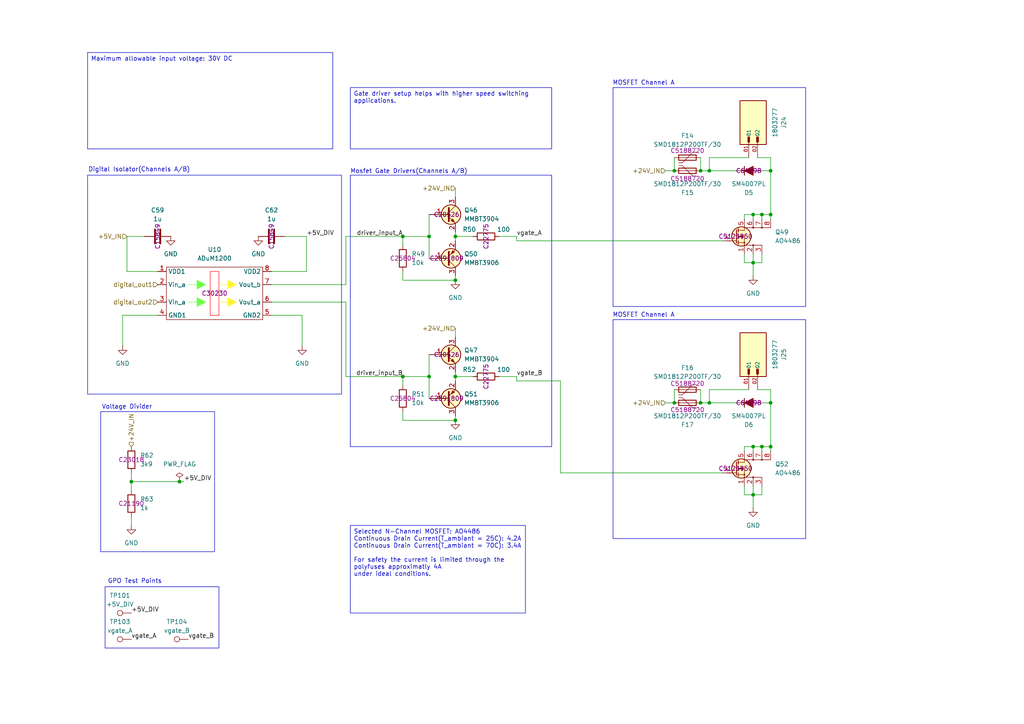
<source format=kicad_sch>
(kicad_sch (version 20250114) (generator "eeschema") (generator_version "9.0")
  (paper "A4")
  (lib_symbols
    (symbol "Connector:TestPoint" (pin_numbers (hide yes)) (pin_names (offset 0.762) (hide yes))
      (property "Reference" "TP" (at 0 6.858 0))
      (property "Value" "TestPoint" (at 0 5.08 0))
      (symbol "TestPoint_0_1"
        (circle (center 0 3.302) (radius 0.762))
      )
      (symbol "TestPoint_1_1"
        (pin passive line (at 0 0 90) (length 2.54) (name "1") (number "1"))
      )
    )
    (symbol "Device:C" (pin_numbers (hide yes)) (pin_names (offset 0.254))
      (property "Reference" "C" (at 0.635 2.54 0))
      (property "Value" "C" (at 0.635 -2.54 0))
      (symbol "C_0_1"
        (polyline (pts (xy -2.032 0.762) (xy 2.032 0.762)) (stroke (width 0.508)))
        (polyline (pts (xy -2.032 -0.762) (xy 2.032 -0.762)) (stroke (width 0.508)))
      )
      (symbol "C_1_1"
        (pin passive line (at 0 3.81 270) (length 2.794) (name "~") (number "1"))
        (pin passive line (at 0 -3.81 90) (length 2.794) (name "~") (number "2"))
      )
    )
    (symbol "Device:Polyfuse" (pin_numbers (hide yes)) (pin_names (offset 0))
      (property "Reference" "F" (at -2.54 0 90))
      (property "Value" "Polyfuse" (at 2.54 0 90))
      (symbol "Polyfuse_0_1"
        (polyline (pts (xy -1.524 2.54) (xy -1.524 1.524) (xy 1.524 -1.524) (xy 1.524 -2.54)))
        (rectangle (start -0.762 2.54) (end 0.762 -2.54) (stroke (width 0.254)))
        (polyline (pts (xy 0 2.54) (xy 0 -2.54)))
      )
      (symbol "Polyfuse_1_1"
        (pin passive line (at 0 3.81 270) (length 1.27) (name "~") (number "1"))
        (pin passive line (at 0 -3.81 90) (length 1.27) (name "~") (number "2"))
      )
    )
    (symbol "Device:R" (pin_numbers (hide yes)) (pin_names (offset 0))
      (property "Reference" "R" (at 2.032 0 90))
      (property "Value" "R" (at 0 0 90))
      (symbol "R_0_1"
        (rectangle (start -1.016 -2.54) (end 1.016 2.54) (stroke (width 0.254)))
      )
      (symbol "R_1_1"
        (pin passive line (at 0 3.81 270) (length 1.27) (name "~") (number "1"))
        (pin passive line (at 0 -3.81 90) (length 1.27) (name "~") (number "2"))
      )
    )
    (symbol "PCM_Diode_AKL:SM4007PL" (pin_numbers (hide yes)) (pin_names (offset 1.016) (hide yes))
      (property "Reference" "D" (at 0 5.08 0))
      (property "Value" "SM4007PL" (at 0 2.54 0))
      (symbol "SM4007PL_0_1"
        (polyline (pts (xy -1.27 1.27) (xy -1.27 -1.27) (xy 1.27 0) (xy -1.27 1.27)) (stroke (width 0.254)) (fill (type outline)))
        (polyline (pts (xy -1.27 0) (xy 1.27 0)))
        (polyline (pts (xy 1.27 1.27) (xy 1.27 -1.27)) (stroke (width 0.254)))
      )
      (symbol "SM4007PL_0_2"
        (polyline (pts (xy -2.54 -2.54) (xy 2.54 2.54)))
        (polyline (pts (xy -0.889 -0.889) (xy -1.778 0) (xy 0.889 0.889) (xy 0 -1.778) (xy -0.889 -0.889)) (stroke (width 0.254)) (fill (type outline)))
        (polyline (pts (xy 0 1.778) (xy 1.778 0)) (stroke (width 0.254)))
      )
      (symbol "SM4007PL_1_1"
        (pin passive line (at -3.81 0 0) (length 2.54) (name "A") (number "2"))
        (pin passive line (at 3.81 0 180) (length 2.54) (name "K") (number "1"))
      )
      (symbol "SM4007PL_1_2"
        (pin passive line (at -2.54 -2.54 0) (length 0) (name "A") (number "2"))
        (pin passive line (at 2.54 2.54 180) (length 0) (name "K") (number "1"))
      )
    )
    (symbol "PCM_Transistor_BJT_AKL:MMBT3904" (pin_names (hide yes))
      (property "Reference" "Q" (at 5.08 1.27 0))
      (property "Value" "MMBT3904" (at 5.08 -1.27 0))
      (symbol "MMBT3904_0_1"
        (polyline (pts (xy 0.635 1.905) (xy 0.635 -1.905) (xy 0.635 -1.905)) (stroke (width 0.508)))
        (polyline (pts (xy 0.635 0.635) (xy 2.54 2.54)))
        (polyline (pts (xy 0.635 -0.635) (xy 2.54 -2.54) (xy 2.54 -2.54)))
        (circle (center 1.27 0) (radius 2.8194) (stroke (width 0.254)) (fill (type background)))
        (polyline (pts (xy 1.27 -1.778) (xy 1.778 -1.27) (xy 2.286 -2.286) (xy 1.27 -1.778) (xy 1.27 -1.778)) (fill (type outline)))
      )
      (symbol "MMBT3904_1_1"
        (pin input line (at -5.08 0 0) (length 5.715) (name "B") (number "1"))
        (pin passive line (at 2.54 5.08 270) (length 2.54) (name "C") (number "3"))
        (pin passive line (at 2.54 -5.08 90) (length 2.54) (name "E") (number "2"))
      )
    )
    (symbol "PCM_Transistor_BJT_AKL:MMBT3906" (pin_names (hide yes))
      (property "Reference" "Q" (at 5.08 1.27 0))
      (property "Value" "MMBT3906" (at 5.08 -1.27 0))
      (symbol "MMBT3906_0_1"
        (polyline (pts (xy 0.635 0.635) (xy 2.54 2.54) (xy 2.54 2.54)))
        (polyline (pts (xy 0.635 -0.635) (xy 2.54 -2.54)))
        (polyline (pts (xy 0.635 -1.905) (xy 0.635 1.905) (xy 0.635 1.905)) (stroke (width 0.508)))
        (circle (center 1.27 0) (radius 2.8194) (stroke (width 0.254)) (fill (type background)))
        (polyline (pts (xy 2.286 1.778) (xy 1.778 2.286) (xy 1.27 1.27) (xy 2.286 1.778) (xy 2.286 1.778)) (fill (type outline)))
      )
      (symbol "MMBT3906_1_1"
        (pin input line (at -5.08 0 0) (length 5.715) (name "B") (number "1"))
        (pin passive line (at 2.54 5.08 270) (length 2.54) (name "E") (number "2"))
        (pin passive line (at 2.54 -5.08 90) (length 2.54) (name "C") (number "3"))
      )
    )
    (symbol "PCM_Transistor_MOSFET_AKL:AO4486" (pin_names (hide yes))
      (property "Reference" "Q" (at 5.08 1.27 0))
      (property "Value" "AO4486" (at 5.08 -1.27 0))
      (symbol "AO4486_0_1"
        (polyline (pts (xy 0.254 1.905) (xy 0.254 -1.905)) (stroke (width 0.254)))
        (polyline (pts (xy 0.254 -1.27) (xy -2.54 -1.27)))
        (polyline (pts (xy 0.762 2.286) (xy 0.762 1.27)) (stroke (width 0.254)))
        (polyline (pts (xy 0.762 0.508) (xy 0.762 -0.508)) (stroke (width 0.254)))
        (polyline (pts (xy 0.762 -1.27) (xy 0.762 -2.286)) (stroke (width 0.254)))
        (polyline (pts (xy 0.762 -1.778) (xy 2.54 -1.778)))
        (polyline (pts (xy 1.016 0) (xy 2.032 0.381) (xy 2.032 -0.381) (xy 1.016 0)) (fill (type outline)))
        (circle (center 1.651 0) (radius 2.794) (stroke (width 0.254)) (fill (type background)))
        (polyline (pts (xy 2.54 2.54) (xy 2.54 1.778)))
        (polyline (pts (xy 2.54 1.778) (xy 0.762 1.778)))
        (circle (center 2.54 -1.778) (radius 0.1778) (fill (type outline)))
        (polyline (pts (xy 2.54 -2.54) (xy 2.54 0) (xy 0.762 0)))
        (circle (center 5.08 2.54) (radius 0.1778) (fill (type outline)))
        (polyline (pts (xy 7.62 -2.54) (xy 2.54 -2.54)))
        (polyline (pts (xy 10.16 2.54) (xy 2.54 2.54)))
      )
      (symbol "AO4486_1_1"
        (circle (center 5.08 -2.54) (radius 0.1778) (fill (type outline)))
        (circle (center 7.62 2.54) (radius 0.1778) (fill (type outline)))
        (pin input line (at -3.81 -1.27 0) (length 2.54) (name "G") (number "4"))
        (pin passive line (at 2.54 5.08 270) (length 2.54) (name "D") (number "5"))
        (pin passive line (at 2.54 -5.08 90) (length 2.54) (name "S") (number "1"))
        (pin passive line (at 5.08 5.08 270) (length 2.54) (name "D") (number "6"))
        (pin passive line (at 5.08 -5.08 90) (length 2.54) (name "S") (number "2"))
        (pin passive line (at 7.62 5.08 270) (length 2.54) (name "D") (number "7"))
        (pin passive line (at 7.62 -5.08 90) (length 2.54) (name "S") (number "3"))
        (pin passive line (at 10.16 5.08 270) (length 2.54) (name "D") (number "8"))
      )
    )
    (symbol "TERM_BLOCK_HDR_2POS_3.81MM:1803277" (pin_names (offset 1.016))
      (property "Reference" "J" (at -6.85 5.08 0))
      (property "Value" "1803277" (at -6.35 -5.08 0))
      (symbol "1803277_0_0"
        (rectangle (start -6.35 -2.54) (end 6.35 5.08) (stroke (width 0.254)) (fill (type background)))
        (rectangle (start -5.715 2.2225) (end -4.1275 2.8575) (stroke (width 0.1)) (fill (type outline)))
        (rectangle (start -5.715 -0.3175) (end -4.1275 0.3175) (stroke (width 0.1)) (fill (type outline)))
        (pin passive line (at -10.16 2.54 0) (length 5.08) (name "01") (number "01"))
        (pin passive line (at -10.16 0 0) (length 5.08) (name "02") (number "02"))
      )
    )
    (symbol "mega_shield:ADUM1200ARZ-RL7"
      (property "Reference" "U" (at 0 0 0))
      (property "Value" "ADuM1200" (at 0 0 0))
      (symbol "ADUM1200ARZ-RL7_0_1"
        (rectangle (start -13.97 7.62) (end 13.97 -7.62))
      )
      (symbol "ADUM1200ARZ-RL7_1_1"
        (polyline (pts (xy -5.08 2.54) (xy -7.62 2.54)) (stroke (width 0) (color 107 255 69 1)))
        (polyline (pts (xy -5.08 -2.54) (xy -7.62 -2.54)) (stroke (width 0) (color 107 255 69 1)))
        (polyline (pts (xy -2.54 2.54) (xy -5.08 3.81) (xy -5.08 1.27) (xy -2.54 2.54)) (stroke (width 0) (color 107 255 69 1)) (fill (type color) (color 107 255 69 1)))
        (polyline (pts (xy -2.54 -2.54) (xy -5.08 -1.27) (xy -5.08 -3.81) (xy -2.54 -2.54)) (stroke (width 0) (color 107 255 69 1)) (fill (type color) (color 107 255 69 1)))
        (rectangle (start -1.27 6.35) (end 1.27 -6.35) (stroke (width 0) (color 255 14 14 1)))
        (polyline (pts (xy 3.81 2.54) (xy 1.27 2.54)) (stroke (width 0) (color 255 239 51 1)))
        (polyline (pts (xy 3.81 -2.54) (xy 1.27 -2.54)) (stroke (width 0) (color 255 239 51 1)))
        (polyline (pts (xy 6.35 2.54) (xy 3.81 3.81) (xy 3.81 1.27) (xy 6.35 2.54)) (stroke (width 0) (color 255 239 51 1)) (fill (type color) (color 255 239 51 1)))
        (polyline (pts (xy 6.35 -2.54) (xy 3.81 -1.27) (xy 3.81 -3.81) (xy 6.35 -2.54)) (stroke (width 0) (color 255 239 51 1)) (fill (type color) (color 255 239 51 1)))
        (pin power_in line (at -16.51 6.35 0) (length 2.54) (name "VDD1") (number "1"))
        (pin input line (at -16.51 2.54 0) (length 2.54) (name "Vin_a") (number "2"))
        (pin input line (at -16.51 -2.54 0) (length 2.54) (name "Vin_a") (number "3"))
        (pin power_in line (at -16.51 -6.35 0) (length 2.54) (name "GND1") (number "4"))
        (pin power_in line (at 16.51 6.35 180) (length 2.54) (name "VDD2") (number "8"))
        (pin output line (at 16.51 2.54 180) (length 2.54) (name "Vout_b") (number "7"))
        (pin output line (at 16.51 -2.54 180) (length 2.54) (name "Vout_a") (number "6"))
        (pin power_in line (at 16.51 -6.35 180) (length 2.54) (name "GND2") (number "5"))
      )
    )
    (symbol "power:GND" (power) (pin_numbers (hide yes)) (pin_names (offset 0) (hide yes))
      (property "Value" "GND" (at 0 -3.81 0))
      (symbol "GND_0_1"
        (polyline (pts (xy 0 0) (xy 0 -1.27) (xy 1.27 -1.27) (xy 0 -2.54) (xy -1.27 -1.27) (xy 0 -1.27)))
      )
      (symbol "GND_1_1"
        (pin power_in line (at 0 0 270) (length 0) (name "~") (number "1"))
      )
    )
    (symbol "power:PWR_FLAG" (power) (pin_numbers (hide yes)) (pin_names (offset 0) (hide yes))
      (property "Value" "PWR_FLAG" (at 0 3.81 0))
      (symbol "PWR_FLAG_0_0"
        (pin power_out line (at 0 0 90) (length 0) (name "~") (number "1"))
      )
      (symbol "PWR_FLAG_0_1"
        (polyline (pts (xy 0 0) (xy 0 1.27) (xy -1.016 1.905) (xy 0 2.54) (xy 1.016 1.905) (xy 0 1.27)))
      )
    )
  )
  (rectangle (start 29.21 119.38) (end 62.23 160.02))
  (rectangle (start 25.4 50.8) (end 99.06 114.3))
  (rectangle (start 177.8 92.71) (end 233.68 156.21))
  (rectangle (start 101.6 50.8) (end 160.02 129.54))
  (rectangle (start 30.48 170.18) (end 63.5 187.96))
  (rectangle (start 177.8 25.4) (end 233.68 88.9))
  (text "Mosfet Gate Drivers(Channels A/B)" (at 118.618 49.784 0) (effects (font (size 1.27 1.27))))
  (text "MOSFET Channel A" (at 186.69 24.13 0) (effects (font (size 1.27 1.27))))
  (text "GPO Test Points" (at 39.116 168.656 0) (effects (font (size 1.27 1.27))))
  (text "MOSFET Channel A" (at 186.69 91.44 0) (effects (font (size 1.27 1.27))))
  (text "Voltage Divider" (at 36.83 118.11 0) (effects (font (size 1.27 1.27))))
  (text "Digital Isolator(Channels A/B)" (at 40.386 49.276 0) (effects (font (size 1.27 1.27))))
  (text_box "Selected N-Channel MOSFET: AO4486\nContinuous Drain Current(T_ambiant = 25C): 4.2A\nContinuous Drain Current(T_ambiant = 70C): 3.4A\n\nFor safety the current is limited through the polyfuses approximatly 4A\nunder ideal conditions." (at 101.6 152.4 0) (size 50.8 25.4) (margins 0.9525 0.9525 0.9525 0.9525) (effects (font (size 1.27 1.27)) (justify left top)))
  (text_box "Maximum allowable input voltage: 30V DC" (at 25.4 15.24 0) (size 71.12 27.94) (margins 0.9525 0.9525 0.9525 0.9525) (effects (font (size 1.27 1.27)) (justify left top)))
  (text_box "Gate driver setup helps with higher speed switching applications.\n" (at 101.6 25.4 0) (size 58.42 17.78) (margins 0.9525 0.9525 0.9525 0.9525) (effects (font (size 1.27 1.27)) (justify left top)))
  (junction (at 124.46 68.58))
  (junction (at 38.1 139.7))
  (junction (at 195.58 49.53))
  (junction (at 223.52 62.23))
  (junction (at 195.58 116.84))
  (junction (at 223.52 49.53))
  (junction (at 132.08 121.92))
  (junction (at 203.2 49.53))
  (junction (at 116.84 68.58))
  (junction (at 223.52 116.84))
  (junction (at 205.74 116.84))
  (junction (at 52.07 139.7))
  (junction (at 203.2 116.84))
  (junction (at 132.08 68.58))
  (junction (at 132.08 109.22))
  (junction (at 218.44 76.2))
  (junction (at 218.44 129.54))
  (junction (at 205.74 49.53))
  (junction (at 124.46 109.22))
  (junction (at 132.08 81.28))
  (junction (at 220.98 129.54))
  (junction (at 220.98 62.23))
  (junction (at 218.44 62.23))
  (junction (at 116.84 109.22))
  (junction (at 218.44 143.51))
  (junction (at 223.52 129.54))
  (wire (pts (xy 162.56 137.16) (xy 209.55 137.16)))
  (wire (pts (xy 144.78 68.58) (xy 149.86 68.58)))
  (wire (pts (xy 218.44 129.54) (xy 220.98 129.54)))
  (wire (pts (xy 36.83 78.74) (xy 45.72 78.74)))
  (wire (pts (xy 203.2 116.84) (xy 205.74 116.84)))
  (wire (pts (xy 220.98 129.54) (xy 223.52 129.54)))
  (wire (pts (xy 220.98 63.5) (xy 220.98 62.23)))
  (wire (pts (xy 223.52 45.72) (xy 223.52 49.53)))
  (wire (pts (xy 132.08 109.22) (xy 132.08 110.49)))
  (wire (pts (xy 116.84 121.92) (xy 132.08 121.92)))
  (wire (pts (xy 205.74 45.72) (xy 205.74 49.53)))
  (wire (pts (xy 124.46 115.57) (xy 124.46 109.22)))
  (wire (pts (xy 82.55 68.58) (xy 88.9 68.58)))
  (wire (pts (xy 215.9 63.5) (xy 215.9 62.23)))
  (wire (pts (xy 218.44 73.66) (xy 218.44 76.2)))
  (wire (pts (xy 162.56 110.49) (xy 162.56 137.16)))
  (wire (pts (xy 223.52 62.23) (xy 223.52 63.5)))
  (wire (pts (xy 116.84 68.58) (xy 116.84 71.12)))
  (wire (pts (xy 220.98 130.81) (xy 220.98 129.54)))
  (wire (pts (xy 53.34 139.7) (xy 52.07 139.7)))
  (wire (pts (xy 78.74 87.63) (xy 100.33 87.63)))
  (wire (pts (xy 193.04 49.53) (xy 195.58 49.53)))
  (wire (pts (xy 205.74 113.03) (xy 205.74 116.84)))
  (wire (pts (xy 215.9 130.81) (xy 215.9 129.54)))
  (wire (pts (xy 215.9 76.2) (xy 218.44 76.2)))
  (wire (pts (xy 116.84 109.22) (xy 116.84 111.76)))
  (wire (pts (xy 100.33 109.22) (xy 116.84 109.22)))
  (wire (pts (xy 218.44 62.23) (xy 220.98 62.23)))
  (wire (pts (xy 213.36 116.84) (xy 205.74 116.84)))
  (wire (pts (xy 195.58 45.72) (xy 195.58 49.53)))
  (wire (pts (xy 100.33 68.58) (xy 116.84 68.58)))
  (wire (pts (xy 218.44 76.2) (xy 218.44 80.01)))
  (wire (pts (xy 88.9 68.58) (xy 88.9 78.74)))
  (wire (pts (xy 220.98 116.84) (xy 223.52 116.84)))
  (wire (pts (xy 100.33 68.58) (xy 100.33 82.55)))
  (wire (pts (xy 220.98 62.23) (xy 223.52 62.23)))
  (wire (pts (xy 218.44 143.51) (xy 218.44 147.32)))
  (wire (pts (xy 124.46 68.58) (xy 116.84 68.58)))
  (wire (pts (xy 38.1 137.16) (xy 38.1 139.7)))
  (wire (pts (xy 193.04 116.84) (xy 195.58 116.84)))
  (wire (pts (xy 38.1 139.7) (xy 38.1 142.24)))
  (wire (pts (xy 220.98 49.53) (xy 223.52 49.53)))
  (wire (pts (xy 132.08 68.58) (xy 132.08 69.85)))
  (wire (pts (xy 215.9 143.51) (xy 218.44 143.51)))
  (wire (pts (xy 215.9 73.66) (xy 215.9 76.2)))
  (wire (pts (xy 217.17 113.03) (xy 205.74 113.03)))
  (wire (pts (xy 116.84 119.38) (xy 116.84 121.92)))
  (wire (pts (xy 100.33 87.63) (xy 100.33 109.22)))
  (wire (pts (xy 149.86 69.85) (xy 149.86 68.58)))
  (wire (pts (xy 116.84 78.74) (xy 116.84 81.28)))
  (wire (pts (xy 78.74 91.44) (xy 87.63 91.44)))
  (wire (pts (xy 220.98 73.66) (xy 220.98 76.2)))
  (wire (pts (xy 35.56 91.44) (xy 35.56 100.33)))
  (wire (pts (xy 149.86 109.22) (xy 149.86 110.49)))
  (wire (pts (xy 38.1 149.86) (xy 38.1 152.4)))
  (wire (pts (xy 124.46 62.23) (xy 124.46 68.58)))
  (wire (pts (xy 223.52 113.03) (xy 223.52 116.84)))
  (wire (pts (xy 218.44 140.97) (xy 218.44 143.51)))
  (wire (pts (xy 124.46 102.87) (xy 124.46 109.22)))
  (wire (pts (xy 223.52 129.54) (xy 223.52 130.81)))
  (wire (pts (xy 223.52 116.84) (xy 223.52 129.54)))
  (wire (pts (xy 116.84 81.28) (xy 132.08 81.28)))
  (wire (pts (xy 100.33 82.55) (xy 78.74 82.55)))
  (wire (pts (xy 149.86 69.85) (xy 209.55 69.85)))
  (wire (pts (xy 45.72 91.44) (xy 35.56 91.44)))
  (wire (pts (xy 215.9 140.97) (xy 215.9 143.51)))
  (wire (pts (xy 87.63 100.33) (xy 87.63 91.44)))
  (wire (pts (xy 41.91 68.58) (xy 36.83 68.58)))
  (wire (pts (xy 219.71 45.72) (xy 223.52 45.72)))
  (wire (pts (xy 78.74 78.74) (xy 88.9 78.74)))
  (wire (pts (xy 149.86 110.49) (xy 162.56 110.49)))
  (wire (pts (xy 132.08 68.58) (xy 137.16 68.58)))
  (wire (pts (xy 220.98 143.51) (xy 218.44 143.51)))
  (wire (pts (xy 220.98 140.97) (xy 220.98 143.51)))
  (wire (pts (xy 215.9 129.54) (xy 218.44 129.54)))
  (wire (pts (xy 219.71 113.03) (xy 223.52 113.03)))
  (wire (pts (xy 203.2 113.03) (xy 203.2 116.84)))
  (wire (pts (xy 132.08 95.25) (xy 132.08 97.79)))
  (wire (pts (xy 203.2 45.72) (xy 203.2 49.53)))
  (wire (pts (xy 132.08 67.31) (xy 132.08 68.58)))
  (wire (pts (xy 132.08 120.65) (xy 132.08 121.92)))
  (wire (pts (xy 215.9 62.23) (xy 218.44 62.23)))
  (wire (pts (xy 213.36 49.53) (xy 205.74 49.53)))
  (wire (pts (xy 124.46 109.22) (xy 116.84 109.22)))
  (wire (pts (xy 124.46 74.93) (xy 124.46 68.58)))
  (wire (pts (xy 220.98 76.2) (xy 218.44 76.2)))
  (wire (pts (xy 38.1 139.7) (xy 52.07 139.7)))
  (wire (pts (xy 132.08 80.01) (xy 132.08 81.28)))
  (wire (pts (xy 203.2 49.53) (xy 205.74 49.53)))
  (wire (pts (xy 223.52 49.53) (xy 223.52 62.23)))
  (wire (pts (xy 132.08 109.22) (xy 137.16 109.22)))
  (wire (pts (xy 217.17 45.72) (xy 205.74 45.72)))
  (wire (pts (xy 132.08 107.95) (xy 132.08 109.22)))
  (wire (pts (xy 218.44 63.5) (xy 218.44 62.23)))
  (wire (pts (xy 36.83 68.58) (xy 36.83 78.74)))
  (wire (pts (xy 218.44 130.81) (xy 218.44 129.54)))
  (wire (pts (xy 132.08 54.61) (xy 132.08 57.15)))
  (wire (pts (xy 144.78 109.22) (xy 149.86 109.22)))
  (wire (pts (xy 195.58 113.03) (xy 195.58 116.84)))
  (label "vgate_A" (at 38.1 185.42 0))
  (label "vgate_B" (at 149.86 109.22 0))
  (label "driver_input_B" (at 116.84 109.22 180))
  (label "vgate_B" (at 54.61 185.42 0))
  (label "+5V_DIV" (at 53.34 139.7 0))
  (label "+5V_DIV" (at 88.9 68.58 0))
  (label "vgate_A" (at 149.86 68.58 0))
  (label "driver_input_A" (at 116.84 68.58 180))
  (label "+5V_DIV" (at 38.1 177.8 0))
  (hierarchical_label "+24V_IN" (shape input) (at 193.04 49.53 180))
  (hierarchical_label "+5V_IN" (shape input) (at 36.83 68.58 180))
  (hierarchical_label "+24V_IN" (shape input) (at 132.08 54.61 180))
  (hierarchical_label "+24V_IN" (shape input) (at 132.08 95.25 180))
  (hierarchical_label "+24V_IN" (shape input) (at 193.04 116.84 180))
  (hierarchical_label "+24V_IN" (shape input) (at 38.1 129.54 90))
  (hierarchical_label "digital_out1" (shape input) (at 45.72 82.55 180))
  (hierarchical_label "digital_out2" (shape input) (at 45.72 87.63 180))
  (symbol (lib_id "power:PWR_FLAG") (at 52.07 139.7 0) (unit 1)
    (property "Reference" "#FLG03" (effects (hide yes)))
    (property "Value" "PWR_FLAG" (at 52.07 134.62 0))
    (property "Description" "Special symbol for telling ERC where power comes from" (effects (hide yes)))
  )
  (symbol (lib_id "TERM_BLOCK_HDR_2POS_3.81MM:1803277") (at 219.71 102.87 90) (unit 1)
    (property "Reference" "J25" (at 227.33 102.87 0))
    (property "Value" "1803277" (at 224.79 102.87 0))
    (property "Footprint" "footprints:PHOENIX_1803277" (effects (hide yes)))
    (property "SnapEDA_Link" "https://www.snapeda.com/parts/1803277/Phoenix+Contact/view-part/?ref=snap" (effects (hide yes)))
    (property "Description_1" "Pluggable Header 3.81mm 16AWG 160V 8A 2 Position COMBICON MC Series | Phoenix Contact 1803277" (effects (hide yes)))
    (property "Package" "None" (effects (hide yes)))
    (property "Price" "None" (effects (hide yes)))
    (property "MF" "Phoenix Contact" (effects (hide yes)))
    (property "MP" "1803277" (effects (hide yes)))
    (property "Availability" "In Stock" (effects (hide yes)))
    (property "Check_prices" "https://www.snapeda.com/parts/1803277/Phoenix+Contact/view-part/?ref=eda" (effects (hide yes)))
  )
  (symbol (lib_id "PCM_Transistor_MOSFET_AKL:AO4486") (at 213.36 135.89 0) (unit 1)
    (property "Reference" "Q52" (at 224.79 134.6199 0) (effects (justify left)))
    (property "Value" "AO4486" (at 224.79 137.1599 0) (effects (justify left)))
    (property "Footprint" "PCM_Package_SO_AKL:SO-8_3.9x4.9mm_P1.27mm" (effects (hide yes)))
    (property "Datasheet" "https://www.tme.eu/Document/d55341786eaff8f9677c507530d46e66/AO4486.pdf" (effects (hide yes)))
    (property "Description" "SO-8 N-MOSFET enchancement mode transistor, 100V, 4.2A, 3.1W, Alternate KiCAD Library" (effects (hide yes)))
    (property "JLCPCB" "C5125950" (at 213.36 135.89 0))
    (property "jlcpcb" "C5125950" (at 213.36 135.89 0))
  )
  (symbol (lib_id "Connector:TestPoint") (at 54.61 185.42 90) (unit 1) (in_bom no)
    (property "Reference" "TP104" (at 51.308 180.34 90))
    (property "Value" "vgate_B" (at 51.308 182.88 90))
    (property "Footprint" "TestPoint:TestPoint_Pad_1.0x1.0mm" (effects (hide yes)))
    (property "Description" "test point" (effects (hide yes)))
  )
  (symbol (lib_id "PCM_Transistor_BJT_AKL:MMBT3906") (at 129.54 74.93 0) (unit 1)
    (property "Reference" "Q50" (at 134.62 73.6599 0) (effects (justify left)))
    (property "Value" "MMBT3906" (at 134.62 76.1999 0) (effects (justify left)))
    (property "Footprint" "PCM_Package_TO_SOT_SMD_AKL:SOT-23" (effects (hide yes)))
    (property "Datasheet" "https://www.tme.eu/Document/1d69ece8147fa5a64114d103f531c790/2N3906BU.pdf" (effects (hide yes)))
    (property "Description" "PNP SOT-23 transistor, 40V, 200mA, 350mW, Complementary to MMBT3904, Alternate KiCAD Library" (effects (hide yes)))
    (property "jlcpcb" "C2891809" (at 129.54 74.93 0))
  )
  (symbol (lib_id "Device:Polyfuse") (at 199.39 116.84 90) (mirror x) (unit 1)
    (property "Reference" "F17" (at 199.39 123.19 90))
    (property "Value" "SMD1812P200TF/30" (at 199.39 120.65 90))
    (property "Footprint" "Fuse:Fuse_1812_4532Metric" (effects (hide yes)))
    (property "Description" "Resettable fuse, polymeric positive temperature coefficient" (effects (hide yes)))
    (property "jlcpcb" "C5188720" (at 199.39 118.872 90))
  )
  (symbol (lib_id "Device:R") (at 140.97 68.58 90) (unit 1)
    (property "Reference" "R50" (at 136.144 66.548 90))
    (property "Value" "100" (at 146.05 66.548 90))
    (property "Footprint" "Resistor_SMD:R_0201_0603Metric" (effects (hide yes)))
    (property "Description" "Resistor" (effects (hide yes)))
    (property "jlcpcb" "C22775" (at 140.97 68.58 0))
  )
  (symbol (lib_id "mega_shield:ADUM1200ARZ-RL7") (at 62.23 85.09 0) (unit 1)
    (property "Reference" "U10" (at 62.23 72.39 0))
    (property "Value" "ADuM1200" (at 62.23 74.93 0))
    (property "Footprint" "Package_SO:SOIC-8-1EP_3.9x4.9mm_P1.27mm_EP2.29x3mm" (effects (hide yes)))
    (property "jlcpcb" "C30230" (at 62.23 85.09 0))
  )
  (symbol (lib_id "power:GND") (at 49.53 68.58 0) (unit 1)
    (property "Reference" "#PWR0177" (effects (hide yes)))
    (property "Value" "GND" (at 49.53 73.66 0))
    (property "Description" "Power symbol creates a global label with name \"GND\" , ground" (effects (hide yes)))
  )
  (symbol (lib_id "PCM_Diode_AKL:SM4007PL") (at 217.17 49.53 180) (unit 1)
    (property "Reference" "D5" (at 217.17 55.88 0))
    (property "Value" "SM4007PL" (at 217.17 53.34 0))
    (property "Footprint" "PCM_Diode_SMD_AKL:D_SOD-123F" (effects (hide yes)))
    (property "Datasheet" "https://www.tme.eu/Document/46c9a94b8759dbc6300546e57a2a5c9c/SM4007PL-TP.pdf" (effects (hide yes)))
    (property "Description" "SOD-123F Diode, Rectifier, 1000V, 1A, Alternate KiCad Library" (effects (hide yes)))
    (property "JLCPCB" "C64898" (at 217.17 49.53 0))
    (property "jlcpcb" "C64898" (at 217.17 49.53 0))
  )
  (symbol (lib_id "power:GND") (at 38.1 152.4 0) (unit 1)
    (property "Reference" "#PWR0204" (effects (hide yes)))
    (property "Value" "GND" (at 38.1 157.48 0))
    (property "Description" "Power symbol creates a global label with name \"GND\" , ground" (effects (hide yes)))
  )
  (symbol (lib_id "Device:C") (at 45.72 68.58 90) (unit 1)
    (property "Reference" "C59" (at 45.72 60.96 90))
    (property "Value" "1u" (at 45.72 63.5 90))
    (property "Footprint" "Capacitor_SMD:C_0201_0603Metric" (effects (hide yes)))
    (property "Description" "Unpolarized capacitor" (effects (hide yes)))
    (property "jlcpcb" "C15849" (at 45.72 68.58 0))
  )
  (symbol (lib_id "power:GND") (at 218.44 147.32 0) (unit 1)
    (property "Reference" "#PWR0185" (effects (hide yes)))
    (property "Value" "GND" (at 218.44 152.4 0))
    (property "Description" "Power symbol creates a global label with name \"GND\" , ground" (effects (hide yes)))
  )
  (symbol (lib_id "power:GND") (at 132.08 121.92 0) (unit 1)
    (property "Reference" "#PWR0184" (effects (hide yes)))
    (property "Value" "GND" (at 132.08 127 0))
    (property "Description" "Power symbol creates a global label with name \"GND\" , ground" (effects (hide yes)))
  )
  (symbol (lib_id "Device:R") (at 116.84 115.57 0) (unit 1)
    (property "Reference" "R51" (at 119.38 114.2999 0) (effects (justify left)))
    (property "Value" "10k" (at 119.38 116.8399 0) (effects (justify left)))
    (property "Footprint" "Resistor_SMD:R_0201_0603Metric" (effects (hide yes)))
    (property "Description" "Resistor" (effects (hide yes)))
    (property "jlcpcb" "C25804" (at 116.84 115.57 0))
  )
  (symbol (lib_id "Device:Polyfuse") (at 199.39 49.53 90) (mirror x) (unit 1)
    (property "Reference" "F15" (at 199.39 55.88 90))
    (property "Value" "SMD1812P200TF/30" (at 199.39 53.34 90))
    (property "Footprint" "Fuse:Fuse_1812_4532Metric" (effects (hide yes)))
    (property "Description" "Resettable fuse, polymeric positive temperature coefficient" (effects (hide yes)))
    (property "jlcpcb" "C5188720" (at 199.39 51.816 90))
  )
  (symbol (lib_id "Connector:TestPoint") (at 38.1 177.8 90) (unit 1) (in_bom no)
    (property "Reference" "TP101" (at 34.798 172.72 90))
    (property "Value" "+5V_DIV" (at 34.798 175.26 90))
    (property "Footprint" "TestPoint:TestPoint_Pad_1.0x1.0mm" (effects (hide yes)))
    (property "Description" "test point" (effects (hide yes)))
  )
  (symbol (lib_id "PCM_Transistor_MOSFET_AKL:AO4486") (at 213.36 68.58 0) (unit 1)
    (property "Reference" "Q49" (at 224.79 67.3099 0) (effects (justify left)))
    (property "Value" "AO4486" (at 224.79 69.8499 0) (effects (justify left)))
    (property "Footprint" "PCM_Package_SO_AKL:SO-8_3.9x4.9mm_P1.27mm" (effects (hide yes)))
    (property "Datasheet" "https://www.tme.eu/Document/d55341786eaff8f9677c507530d46e66/AO4486.pdf" (effects (hide yes)))
    (property "Description" "SO-8 N-MOSFET enchancement mode transistor, 100V, 4.2A, 3.1W, Alternate KiCAD Library" (effects (hide yes)))
    (property "JLCPCB" "C5125950" (at 213.36 68.58 0))
    (property "jlcpcb" "C5125950" (at 213.36 68.58 0))
  )
  (symbol (lib_id "power:GND") (at 87.63 100.33 0) (unit 1)
    (property "Reference" "#PWR0179" (effects (hide yes)))
    (property "Value" "GND" (at 87.63 105.41 0))
    (property "Description" "Power symbol creates a global label with name \"GND\" , ground" (effects (hide yes)))
  )
  (symbol (lib_id "PCM_Transistor_BJT_AKL:MMBT3904") (at 129.54 102.87 0) (unit 1)
    (property "Reference" "Q47" (at 134.62 101.5999 0) (effects (justify left)))
    (property "Value" "MMBT3904" (at 134.62 104.1399 0) (effects (justify left)))
    (property "Footprint" "PCM_Package_TO_SOT_SMD_AKL:SOT-23" (effects (hide yes)))
    (property "Datasheet" "https://www.tme.eu/Document/12bff749841e3a356e683e9a8e7e4119/2N3904BU-DTE.pdf" (effects (hide yes)))
    (property "Description" "NPN SOT-23 transistor, 40V, 200mA, 350mW, Complementary to MMBT3906, Alternate KiCAD Library" (effects (hide yes)))
    (property "jlcpcb" "C20526" (at 129.54 102.87 0))
  )
  (symbol (lib_id "power:GND") (at 132.08 81.28 0) (unit 1)
    (property "Reference" "#PWR0183" (effects (hide yes)))
    (property "Value" "GND" (at 132.08 86.36 0))
    (property "Description" "Power symbol creates a global label with name \"GND\" , ground" (effects (hide yes)))
  )
  (symbol (lib_id "Device:R") (at 116.84 74.93 0) (unit 1)
    (property "Reference" "R49" (at 119.38 73.6599 0) (effects (justify left)))
    (property "Value" "10k" (at 119.38 76.1999 0) (effects (justify left)))
    (property "Footprint" "Resistor_SMD:R_0201_0603Metric" (effects (hide yes)))
    (property "Description" "Resistor" (effects (hide yes)))
    (property "jlcpcb" "C25804" (at 116.84 74.93 0))
  )
  (symbol (lib_id "PCM_Transistor_BJT_AKL:MMBT3904") (at 129.54 62.23 0) (unit 1)
    (property "Reference" "Q46" (at 134.62 60.9599 0) (effects (justify left)))
    (property "Value" "MMBT3904" (at 134.62 63.4999 0) (effects (justify left)))
    (property "Footprint" "PCM_Package_TO_SOT_SMD_AKL:SOT-23" (effects (hide yes)))
    (property "Datasheet" "https://www.tme.eu/Document/12bff749841e3a356e683e9a8e7e4119/2N3904BU-DTE.pdf" (effects (hide yes)))
    (property "Description" "NPN SOT-23 transistor, 40V, 200mA, 350mW, Complementary to MMBT3906, Alternate KiCAD Library" (effects (hide yes)))
    (property "jlcpcb" "C20526" (at 129.54 62.23 0))
  )
  (symbol (lib_id "Device:R") (at 38.1 146.05 0) (unit 1)
    (property "Reference" "R63" (at 40.64 144.7799 0) (effects (justify left)))
    (property "Value" "1k" (at 40.64 147.3199 0) (effects (justify left)))
    (property "Footprint" "Resistor_SMD:R_0201_0603Metric" (effects (hide yes)))
    (property "Description" "Resistor" (effects (hide yes)))
    (property "jlcpcb" "C21190" (at 38.1 146.05 0))
  )
  (symbol (lib_id "power:GND") (at 74.93 68.58 0) (unit 1)
    (property "Reference" "#PWR0178" (effects (hide yes)))
    (property "Value" "GND" (at 74.93 73.66 0))
    (property "Description" "Power symbol creates a global label with name \"GND\" , ground" (effects (hide yes)))
  )
  (symbol (lib_id "TERM_BLOCK_HDR_2POS_3.81MM:1803277") (at 219.71 35.56 90) (unit 1)
    (property "Reference" "J24" (at 227.33 35.56 0))
    (property "Value" "1803277" (at 224.79 35.56 0))
    (property "Footprint" "footprints:PHOENIX_1803277" (effects (hide yes)))
    (property "SnapEDA_Link" "https://www.snapeda.com/parts/1803277/Phoenix+Contact/view-part/?ref=snap" (effects (hide yes)))
    (property "Description_1" "Pluggable Header 3.81mm 16AWG 160V 8A 2 Position COMBICON MC Series | Phoenix Contact 1803277" (effects (hide yes)))
    (property "Package" "None" (effects (hide yes)))
    (property "Price" "None" (effects (hide yes)))
    (property "MF" "Phoenix Contact" (effects (hide yes)))
    (property "MP" "1803277" (effects (hide yes)))
    (property "Availability" "In Stock" (effects (hide yes)))
    (property "Check_prices" "https://www.snapeda.com/parts/1803277/Phoenix+Contact/view-part/?ref=eda" (effects (hide yes)))
  )
  (symbol (lib_id "Device:R") (at 140.97 109.22 90) (unit 1)
    (property "Reference" "R52" (at 136.144 107.188 90))
    (property "Value" "100" (at 146.05 107.188 90))
    (property "Footprint" "Resistor_SMD:R_0201_0603Metric" (effects (hide yes)))
    (property "Description" "Resistor" (effects (hide yes)))
    (property "jlcpcb" "C22775" (at 140.97 109.22 0))
  )
  (symbol (lib_id "Device:Polyfuse") (at 199.39 45.72 90) (unit 1)
    (property "Reference" "F14" (at 199.39 39.37 90))
    (property "Value" "SMD1812P200TF/30" (at 199.39 41.91 90))
    (property "Footprint" "Fuse:Fuse_1812_4532Metric" (effects (hide yes)))
    (property "Description" "Resettable fuse, polymeric positive temperature coefficient" (effects (hide yes)))
    (property "jlcpcb" "C5188720" (at 199.39 43.688 90))
  )
  (symbol (lib_id "PCM_Transistor_BJT_AKL:MMBT3906") (at 129.54 115.57 0) (unit 1)
    (property "Reference" "Q51" (at 134.62 114.2999 0) (effects (justify left)))
    (property "Value" "MMBT3906" (at 134.62 116.8399 0) (effects (justify left)))
    (property "Footprint" "PCM_Package_TO_SOT_SMD_AKL:SOT-23" (effects (hide yes)))
    (property "Datasheet" "https://www.tme.eu/Document/1d69ece8147fa5a64114d103f531c790/2N3906BU.pdf" (effects (hide yes)))
    (property "Description" "PNP SOT-23 transistor, 40V, 200mA, 350mW, Complementary to MMBT3904, Alternate KiCAD Library" (effects (hide yes)))
    (property "jlcpcb" "C2891809" (at 129.54 115.57 0))
  )
  (symbol (lib_id "power:GND") (at 218.44 80.01 0) (unit 1)
    (property "Reference" "#PWR0182" (effects (hide yes)))
    (property "Value" "GND" (at 218.44 85.09 0))
    (property "Description" "Power symbol creates a global label with name \"GND\" , ground" (effects (hide yes)))
  )
  (symbol (lib_id "Connector:TestPoint") (at 38.1 185.42 90) (unit 1) (in_bom no)
    (property "Reference" "TP103" (at 34.798 180.34 90))
    (property "Value" "vgate_A" (at 34.798 182.88 90))
    (property "Footprint" "TestPoint:TestPoint_Pad_1.0x1.0mm" (effects (hide yes)))
    (property "Description" "test point" (effects (hide yes)))
  )
  (symbol (lib_id "Device:Polyfuse") (at 199.39 113.03 90) (unit 1)
    (property "Reference" "F16" (at 199.39 106.68 90))
    (property "Value" "SMD1812P200TF/30" (at 199.39 109.22 90))
    (property "Footprint" "Fuse:Fuse_1812_4532Metric" (effects (hide yes)))
    (property "Description" "Resettable fuse, polymeric positive temperature coefficient" (effects (hide yes)))
    (property "jlcpcb" "C5188720" (at 199.39 111.252 90))
  )
  (symbol (lib_id "Device:C") (at 78.74 68.58 90) (unit 1)
    (property "Reference" "C62" (at 78.74 60.96 90))
    (property "Value" "1u" (at 78.74 63.5 90))
    (property "Footprint" "Capacitor_SMD:C_0201_0603Metric" (effects (hide yes)))
    (property "Description" "Unpolarized capacitor" (effects (hide yes)))
    (property "jlcpcb" "C15849" (at 78.74 68.58 0))
  )
  (symbol (lib_id "power:GND") (at 35.56 100.33 0) (unit 1)
    (property "Reference" "#PWR0176" (effects (hide yes)))
    (property "Value" "GND" (at 35.56 105.41 0))
    (property "Description" "Power symbol creates a global label with name \"GND\" , ground" (effects (hide yes)))
  )
  (symbol (lib_id "Device:R") (at 38.1 133.35 0) (unit 1)
    (property "Reference" "R62" (at 40.64 132.0799 0) (effects (justify left)))
    (property "Value" "3k9" (at 40.64 134.6199 0) (effects (justify left)))
    (property "Footprint" "Resistor_SMD:R_0201_0603Metric" (effects (hide yes)))
    (property "Description" "Resistor" (effects (hide yes)))
    (property "jlcpcb" "C23018" (at 38.1 133.35 0))
  )
  (symbol (lib_id "PCM_Diode_AKL:SM4007PL") (at 217.17 116.84 180) (unit 1)
    (property "Reference" "D6" (at 217.17 123.19 0))
    (property "Value" "SM4007PL" (at 217.17 120.65 0))
    (property "Footprint" "PCM_Diode_SMD_AKL:D_SOD-123F" (effects (hide yes)))
    (property "Datasheet" "https://www.tme.eu/Document/46c9a94b8759dbc6300546e57a2a5c9c/SM4007PL-TP.pdf" (effects (hide yes)))
    (property "Description" "SOD-123F Diode, Rectifier, 1000V, 1A, Alternate KiCad Library" (effects (hide yes)))
    (property "JLCPCB" "C64898" (at 217.17 116.84 0))
    (property "jlcpcb" "C64898" (at 217.17 116.84 0))
  )
)
</source>
